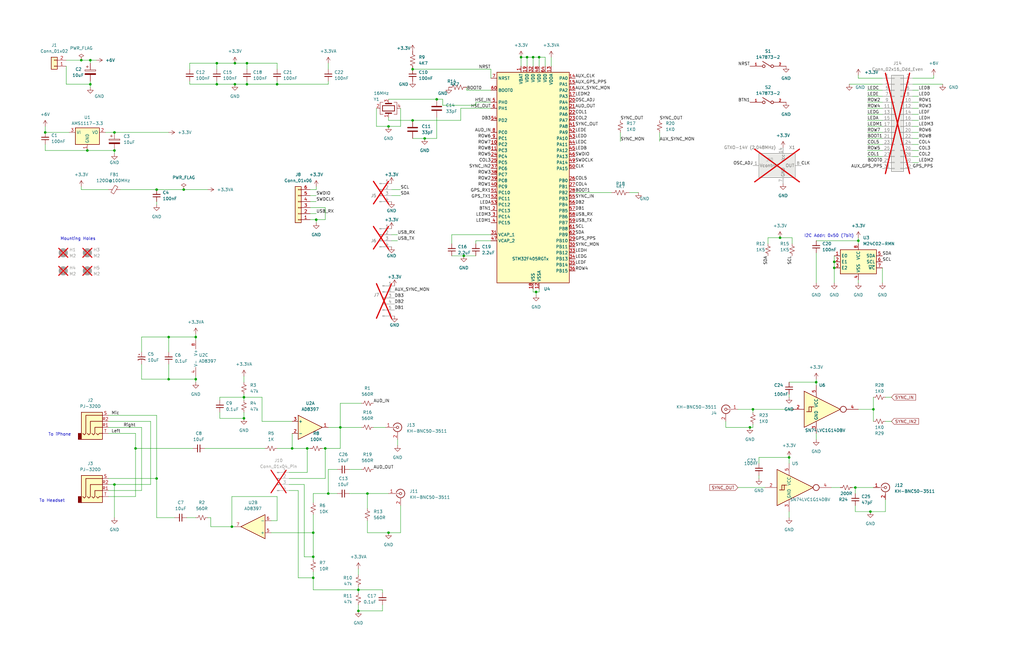
<source format=kicad_sch>
(kicad_sch (version 20230121) (generator eeschema)
  (paper "B")
  (title_block (title "Blinky V6") (rev "v6") (company "Cullen Jennings"))
  (junction (at 351.79 110.49))
  (junction (at 132.08 243.84))
  (junction (at 99.06 26.67))
  (junction (at 351.79 113.03))
  (junction (at 143.51 180.34))
  (junction (at 48.26 63.5))
  (junction (at 38.1 35.56))
  (junction (at 222.25 24.13))
  (junction (at 184.15 41.91))
  (junction (at 173.99 50.8))
  (junction (at 179.07 58.42))
  (junction (at 328.93 100.33))
  (junction (at 97.79 222.25))
  (junction (at 102.87 176.53))
  (junction (at 173.99 29.21))
  (junction (at 82.55 160.02))
  (junction (at 91.44 35.56))
  (junction (at 82.55 142.24))
  (junction (at 102.87 167.64))
  (junction (at 77.47 80.01))
  (junction (at 163.83 53.34))
  (junction (at 99.06 35.56))
  (junction (at 151.13 257.81))
  (junction (at 91.44 26.67))
  (junction (at 151.13 248.92))
  (junction (at 344.17 161.29))
  (junction (at 104.14 26.67))
  (junction (at 129.54 189.23))
  (junction (at 104.14 35.56))
  (junction (at 48.26 204.47))
  (junction (at 132.08 234.95))
  (junction (at 123.19 189.23))
  (junction (at 66.04 201.93))
  (junction (at 332.74 193.04))
  (junction (at 138.43 208.28))
  (junction (at 19.05 55.88))
  (junction (at 116.84 35.56))
  (junction (at 48.26 55.88))
  (junction (at 57.15 189.23))
  (junction (at 368.3 172.72))
  (junction (at 224.79 24.13))
  (junction (at 137.16 189.23))
  (junction (at 38.1 25.4))
  (junction (at 163.83 224.79))
  (junction (at 34.29 25.4))
  (junction (at 227.33 24.13))
  (junction (at 132.08 224.79))
  (junction (at 154.94 208.28))
  (junction (at 66.04 80.01))
  (junction (at 219.71 24.13))
  (junction (at 71.12 160.02))
  (junction (at 71.12 142.24))
  (junction (at 195.58 107.95))
  (junction (at 361.95 101.6))
  (junction (at 226.06 123.19))
  (junction (at 367.03 215.9))
  (junction (at 133.35 92.71))
  (junction (at 36.83 63.5))
  (junction (at 316.23 180.34))
  (junction (at 317.5 172.72))
  (junction (at 360.68 205.74))
  (wire (pts (xy 38.1 34.29) (xy 38.1 35.56)))
  (wire (pts (xy 80.01 26.67) (xy 91.44 26.67)))
  (wire (pts (xy 138.43 26.67) (xy 138.43 29.21)))
  (wire (pts (xy 265.43 81.28) (xy 269.24 81.28)))
  (wire (pts (xy 384.81 53.34) (xy 387.35 53.34)))
  (wire (pts (xy 332.74 161.29) (xy 344.17 161.29)))
  (wire (pts (xy 361.95 101.6) (xy 361.95 102.87)))
  (wire (pts (xy 384.81 66.04) (xy 387.35 66.04)))
  (wire (pts (xy 157.48 180.34) (xy 162.56 180.34)))
  (wire (pts (xy 232.41 24.13) (xy 232.41 27.94)))
  (wire (pts (xy 196.85 38.1) (xy 196.85 36.83)))
  (wire (pts (xy 116.84 26.67) (xy 104.14 26.67)))
  (wire (pts (xy 194.31 45.72) (xy 207.01 45.72)))
  (wire (pts (xy 66.04 218.44) (xy 73.66 218.44)))
  (wire (pts (xy 44.45 55.88) (xy 48.26 55.88)))
  (wire (pts (xy 142.24 208.28) (xy 138.43 208.28)))
  (wire (pts (xy 48.26 63.5) (xy 48.26 64.77)))
  (wire (pts (xy 147.32 198.12) (xy 152.4 198.12)))
  (wire (pts (xy 372.11 113.03) (xy 372.11 119.38)))
  (wire (pts (xy 158.75 53.34) (xy 163.83 53.34)))
  (wire (pts (xy 161.29 248.92) (xy 151.13 248.92)))
  (wire (pts (xy 91.44 26.67) (xy 99.06 26.67)))
  (wire (pts (xy 27.94 35.56) (xy 38.1 35.56)))
  (wire (pts (xy 154.94 208.28) (xy 163.83 208.28)))
  (wire (pts (xy 173.99 29.21) (xy 207.01 29.21)))
  (wire (pts (xy 97.79 222.25) (xy 99.06 222.25)))
  (wire (pts (xy 123.19 182.88) (xy 123.19 189.23)))
  (wire (pts (xy 151.13 248.92) (xy 151.13 250.19)))
  (wire (pts (xy 45.72 207.01) (xy 59.69 207.01)))
  (wire (pts (xy 154.94 224.79) (xy 163.83 224.79)))
  (wire (pts (xy 137.16 87.63) (xy 137.16 92.71)))
  (wire (pts (xy 130.81 85.09) (xy 133.35 85.09)))
  (wire (pts (xy 48.26 55.88) (xy 71.12 55.88)))
  (wire (pts (xy 116.84 29.21) (xy 116.84 26.67)))
  (wire (pts (xy 311.15 205.74) (xy 322.58 205.74)))
  (wire (pts (xy 116.84 209.55) (xy 116.84 219.71)))
  (wire (pts (xy 332.74 193.04) (xy 332.74 195.58)))
  (wire (pts (xy 59.69 142.24) (xy 71.12 142.24)))
  (wire (pts (xy 125.73 243.84) (xy 132.08 243.84)))
  (wire (pts (xy 165.1 101.6) (xy 167.64 101.6)))
  (wire (pts (xy 130.81 90.17) (xy 133.35 90.17)))
  (wire (pts (xy 132.08 248.92) (xy 151.13 248.92)))
  (wire (pts (xy 372.11 33.02) (xy 361.95 33.02)))
  (wire (pts (xy 147.32 208.28) (xy 154.94 208.28)))
  (wire (pts (xy 384.81 45.72) (xy 387.35 45.72)))
  (wire (pts (xy 133.35 92.71) (xy 133.35 93.98)))
  (wire (pts (xy 71.12 148.59) (xy 71.12 142.24)))
  (wire (pts (xy 110.49 177.8) (xy 110.49 167.64)))
  (wire (pts (xy 102.87 166.37) (xy 102.87 167.64)))
  (wire (pts (xy 360.68 213.36) (xy 360.68 215.9)))
  (wire (pts (xy 373.38 167.64) (xy 375.92 167.64)))
  (wire (pts (xy 344.17 101.6) (xy 361.95 101.6)))
  (wire (pts (xy 121.92 201.93) (xy 137.16 201.93)))
  (wire (pts (xy 163.83 41.91) (xy 184.15 41.91)))
  (wire (pts (xy 200.66 44.45) (xy 200.66 43.18)))
  (wire (pts (xy 194.31 45.72) (xy 194.31 50.8)))
  (wire (pts (xy 27.94 27.94) (xy 27.94 35.56)))
  (wire (pts (xy 80.01 35.56) (xy 91.44 35.56)))
  (wire (pts (xy 168.91 224.79) (xy 163.83 224.79)))
  (wire (pts (xy 350.52 205.74) (xy 354.33 205.74)))
  (wire (pts (xy 278.13 55.88) (xy 278.13 59.69)))
  (wire (pts (xy 207.01 101.6) (xy 200.66 101.6)))
  (wire (pts (xy 194.31 50.8) (xy 173.99 50.8)))
  (wire (pts (xy 190.5 99.06) (xy 207.01 99.06)))
  (wire (pts (xy 66.04 85.09) (xy 66.04 86.36)))
  (wire (pts (xy 110.49 167.64) (xy 102.87 167.64)))
  (wire (pts (xy 365.76 55.88) (xy 372.11 55.88)))
  (wire (pts (xy 226.06 124.46) (xy 226.06 123.19)))
  (wire (pts (xy 184.15 49.53) (xy 184.15 58.42)))
  (wire (pts (xy 227.33 24.13) (xy 229.87 24.13)))
  (wire (pts (xy 48.26 204.47) (xy 63.5 204.47)))
  (wire (pts (xy 50.8 80.01) (xy 66.04 80.01)))
  (wire (pts (xy 128.27 234.95) (xy 132.08 234.95)))
  (wire (pts (xy 158.75 45.72) (xy 158.75 53.34)))
  (wire (pts (xy 384.81 55.88) (xy 387.35 55.88)))
  (wire (pts (xy 361.95 33.02) (xy 361.95 31.75)))
  (wire (pts (xy 227.33 121.92) (xy 227.33 123.19)))
  (wire (pts (xy 129.54 199.39) (xy 129.54 189.23)))
  (wire (pts (xy 365.76 58.42) (xy 372.11 58.42)))
  (wire (pts (xy 57.15 189.23) (xy 81.28 189.23)))
  (wire (pts (xy 373.38 177.8) (xy 375.92 177.8)))
  (wire (pts (xy 92.71 167.64) (xy 102.87 167.64)))
  (wire (pts (xy 130.81 80.01) (xy 133.35 80.01)))
  (wire (pts (xy 133.35 80.01) (xy 133.35 78.74)))
  (wire (pts (xy 320.04 193.04) (xy 332.74 193.04)))
  (wire (pts (xy 384.81 33.02) (xy 393.7 33.02)))
  (wire (pts (xy 361.95 172.72) (xy 368.3 172.72)))
  (wire (pts (xy 384.81 60.96) (xy 387.35 60.96)))
  (wire (pts (xy 200.66 101.6) (xy 200.66 102.87)))
  (wire (pts (xy 351.79 113.03) (xy 351.79 119.38)))
  (wire (pts (xy 317.5 172.72) (xy 317.5 173.99)))
  (wire (pts (xy 184.15 41.91) (xy 186.69 41.91)))
  (wire (pts (xy 163.83 50.8) (xy 173.99 50.8)))
  (wire (pts (xy 373.38 210.82) (xy 373.38 215.9)))
  (wire (pts (xy 114.3 224.79) (xy 132.08 224.79)))
  (wire (pts (xy 373.38 215.9) (xy 367.03 215.9)))
  (wire (pts (xy 365.76 50.8) (xy 372.11 50.8)))
  (wire (pts (xy 82.55 140.97) (xy 82.55 142.24)))
  (wire (pts (xy 323.85 100.33) (xy 328.93 100.33)))
  (wire (pts (xy 207.01 33.02) (xy 207.01 29.21)))
  (wire (pts (xy 137.16 201.93) (xy 137.16 189.23)))
  (wire (pts (xy 71.12 142.24) (xy 82.55 142.24)))
  (wire (pts (xy 66.04 80.01) (xy 77.47 80.01)))
  (wire (pts (xy 165.1 82.55) (xy 168.91 82.55)))
  (wire (pts (xy 19.05 55.88) (xy 29.21 55.88)))
  (wire (pts (xy 57.15 182.88) (xy 57.15 189.23)))
  (wire (pts (xy 320.04 200.66) (xy 320.04 201.93)))
  (wire (pts (xy 219.71 24.13) (xy 222.25 24.13)))
  (wire (pts (xy 365.76 63.5) (xy 372.11 63.5)))
  (wire (pts (xy 138.43 198.12) (xy 138.43 208.28)))
  (wire (pts (xy 168.91 213.36) (xy 168.91 224.79)))
  (wire (pts (xy 143.51 189.23) (xy 143.51 180.34)))
  (wire (pts (xy 393.7 33.02) (xy 393.7 31.75)))
  (wire (pts (xy 320.04 195.58) (xy 320.04 193.04)))
  (wire (pts (xy 161.29 255.27) (xy 161.29 257.81)))
  (wire (pts (xy 151.13 255.27) (xy 151.13 257.81)))
  (wire (pts (xy 91.44 34.29) (xy 91.44 35.56)))
  (wire (pts (xy 227.33 123.19) (xy 226.06 123.19)))
  (wire (pts (xy 226.06 123.19) (xy 224.79 123.19)))
  (wire (pts (xy 384.81 58.42) (xy 387.35 58.42)))
  (wire (pts (xy 311.15 172.72) (xy 317.5 172.72)))
  (wire (pts (xy 317.5 180.34) (xy 316.23 180.34)))
  (wire (pts (xy 167.64 185.42) (xy 167.64 187.96)))
  (wire (pts (xy 137.16 92.71) (xy 133.35 92.71)))
  (wire (pts (xy 154.94 219.71) (xy 154.94 224.79)))
  (wire (pts (xy 110.49 177.8) (xy 123.19 177.8)))
  (wire (pts (xy 59.69 207.01) (xy 59.69 180.34)))
  (wire (pts (xy 34.29 25.4) (xy 38.1 25.4)))
  (wire (pts (xy 154.94 208.28) (xy 154.94 214.63)))
  (wire (pts (xy 161.29 257.81) (xy 151.13 257.81)))
  (wire (pts (xy 91.44 35.56) (xy 99.06 35.56)))
  (wire (pts (xy 344.17 182.88) (xy 344.17 185.42)))
  (wire (pts (xy 121.92 207.01) (xy 125.73 207.01)))
  (wire (pts (xy 163.83 53.34) (xy 168.91 53.34)))
  (wire (pts (xy 38.1 25.4) (xy 38.1 26.67)))
  (wire (pts (xy 129.54 189.23) (xy 130.81 189.23)))
  (wire (pts (xy 306.07 177.8) (xy 306.07 180.34)))
  (wire (pts (xy 361.95 100.33) (xy 361.95 101.6)))
  (wire (pts (xy 323.85 102.87) (xy 323.85 100.33)))
  (wire (pts (xy 132.08 234.95) (xy 132.08 224.79)))
  (wire (pts (xy 384.81 63.5) (xy 387.35 63.5)))
  (wire (pts (xy 104.14 26.67) (xy 104.14 29.21)))
  (wire (pts (xy 116.84 34.29) (xy 116.84 35.56)))
  (wire (pts (xy 344.17 160.02) (xy 344.17 161.29)))
  (wire (pts (xy 132.08 236.22) (xy 132.08 234.95)))
  (wire (pts (xy 143.51 180.34) (xy 138.43 180.34)))
  (wire (pts (xy 34.29 80.01) (xy 45.72 80.01)))
  (wire (pts (xy 45.72 182.88) (xy 57.15 182.88)))
  (wire (pts (xy 165.1 99.06) (xy 167.64 99.06)))
  (wire (pts (xy 344.17 161.29) (xy 344.17 162.56)))
  (wire (pts (xy 130.81 82.55) (xy 133.35 82.55)))
  (wire (pts (xy 97.79 209.55) (xy 97.79 222.25)))
  (wire (pts (xy 78.74 218.44) (xy 82.55 218.44)))
  (wire (pts (xy 358.14 35.56) (xy 372.11 35.56)))
  (wire (pts (xy 142.24 198.12) (xy 138.43 198.12)))
  (wire (pts (xy 368.3 172.72) (xy 368.3 177.8)))
  (wire (pts (xy 19.05 53.34) (xy 19.05 55.88)))
  (wire (pts (xy 224.79 123.19) (xy 224.79 121.92)))
  (wire (pts (xy 138.43 34.29) (xy 138.43 35.56)))
  (wire (pts (xy 317.5 172.72) (xy 334.01 172.72)))
  (wire (pts (xy 59.69 148.59) (xy 59.69 142.24)))
  (wire (pts (xy 135.89 189.23) (xy 137.16 189.23)))
  (wire (pts (xy 125.73 207.01) (xy 125.73 243.84)))
  (wire (pts (xy 71.12 153.67) (xy 71.12 160.02)))
  (wire (pts (xy 91.44 26.67) (xy 91.44 29.21)))
  (wire (pts (xy 102.87 158.75) (xy 102.87 161.29)))
  (wire (pts (xy 66.04 175.26) (xy 45.72 175.26)))
  (wire (pts (xy 82.55 158.75) (xy 82.55 160.02)))
  (wire (pts (xy 334.01 100.33) (xy 328.93 100.33)))
  (wire (pts (xy 92.71 173.99) (xy 92.71 176.53)))
  (wire (pts (xy 316.23 180.34) (xy 306.07 180.34)))
  (wire (pts (xy 77.47 80.01) (xy 87.63 80.01)))
  (wire (pts (xy 102.87 167.64) (xy 102.87 168.91)))
  (wire (pts (xy 59.69 153.67) (xy 59.69 160.02)))
  (wire (pts (xy 384.81 48.26) (xy 387.35 48.26)))
  (wire (pts (xy 57.15 209.55) (xy 45.72 209.55)))
  (wire (pts (xy 351.79 110.49) (xy 351.79 113.03)))
  (wire (pts (xy 19.05 60.96) (xy 19.05 63.5)))
  (wire (pts (xy 130.81 87.63) (xy 137.16 87.63)))
  (wire (pts (xy 332.74 215.9) (xy 332.74 218.44)))
  (wire (pts (xy 38.1 35.56) (xy 38.1 36.83)))
  (wire (pts (xy 123.19 189.23) (xy 129.54 189.23)))
  (wire (pts (xy 222.25 24.13) (xy 222.25 27.94)))
  (wire (pts (xy 200.66 43.18) (xy 207.01 43.18)))
  (wire (pts (xy 132.08 217.17) (xy 132.08 224.79)))
  (wire (pts (xy 92.71 168.91) (xy 92.71 167.64)))
  (wire (pts (xy 88.9 222.25) (xy 88.9 218.44)))
  (wire (pts (xy 132.08 243.84) (xy 132.08 248.92)))
  (wire (pts (xy 116.84 189.23) (xy 123.19 189.23)))
  (wire (pts (xy 88.9 222.25) (xy 97.79 222.25)))
  (wire (pts (xy 344.17 106.68) (xy 344.17 119.38)))
  (wire (pts (xy 365.76 38.1) (xy 372.11 38.1)))
  (wire (pts (xy 360.68 205.74) (xy 360.68 208.28)))
  (wire (pts (xy 361.95 118.11) (xy 361.95 119.38)))
  (wire (pts (xy 116.84 209.55) (xy 97.79 209.55)))
  (wire (pts (xy 36.83 63.5) (xy 48.26 63.5)))
  (wire (pts (xy 48.26 204.47) (xy 48.26 218.44)))
  (wire (pts (xy 137.16 189.23) (xy 143.51 189.23)))
  (wire (pts (xy 190.5 107.95) (xy 195.58 107.95)))
  (wire (pts (xy 365.76 48.26) (xy 372.11 48.26)))
  (wire (pts (xy 365.76 66.04) (xy 372.11 66.04)))
  (wire (pts (xy 173.99 58.42) (xy 179.07 58.42)))
  (wire (pts (xy 45.72 204.47) (xy 48.26 204.47)))
  (wire (pts (xy 332.74 166.37) (xy 332.74 167.64)))
  (wire (pts (xy 365.76 53.34) (xy 372.11 53.34)))
  (wire (pts (xy 163.83 49.53) (xy 163.83 50.8)))
  (wire (pts (xy 227.33 24.13) (xy 227.33 27.94)))
  (wire (pts (xy 186.69 41.91) (xy 186.69 44.45)))
  (wire (pts (xy 132.08 241.3) (xy 132.08 243.84)))
  (wire (pts (xy 128.27 204.47) (xy 128.27 234.95)))
  (wire (pts (xy 368.3 167.64) (xy 368.3 172.72)))
  (wire (pts (xy 207.01 38.1) (xy 196.85 38.1)))
  (wire (pts (xy 384.81 50.8) (xy 387.35 50.8)))
  (wire (pts (xy 87.63 218.44) (xy 88.9 218.44)))
  (wire (pts (xy 165.1 80.01) (xy 168.91 80.01)))
  (wire (pts (xy 59.69 160.02) (xy 71.12 160.02)))
  (wire (pts (xy 152.4 170.18) (xy 143.51 170.18)))
  (wire (pts (xy 161.29 250.19) (xy 161.29 248.92)))
  (wire (pts (xy 114.3 219.71) (xy 116.84 219.71)))
  (wire (pts (xy 242.57 81.28) (xy 257.81 81.28)))
  (wire (pts (xy 261.62 55.88) (xy 261.62 59.69)))
  (wire (pts (xy 384.81 35.56) (xy 397.51 35.56)))
  (wire (pts (xy 45.72 177.8) (xy 63.5 177.8)))
  (wire (pts (xy 195.58 107.95) (xy 200.66 107.95)))
  (wire (pts (xy 121.92 204.47) (xy 128.27 204.47)))
  (wire (pts (xy 99.06 35.56) (xy 104.14 35.56)))
  (wire (pts (xy 384.81 43.18) (xy 387.35 43.18)))
  (wire (pts (xy 384.81 38.1) (xy 387.35 38.1)))
  (wire (pts (xy 66.04 201.93) (xy 66.04 218.44)))
  (wire (pts (xy 27.94 25.4) (xy 34.29 25.4)))
  (wire (pts (xy 367.03 215.9) (xy 360.68 215.9)))
  (wire (pts (xy 102.87 173.99) (xy 102.87 176.53)))
  (wire (pts (xy 104.14 26.67) (xy 99.06 26.67)))
  (wire (pts (xy 40.64 25.4) (xy 38.1 25.4)))
  (wire (pts (xy 138.43 208.28) (xy 132.08 208.28)))
  (wire (pts (xy 219.71 24.13) (xy 219.71 27.94)))
  (wire (pts (xy 222.25 24.13) (xy 224.79 24.13)))
  (wire (pts (xy 66.04 201.93) (xy 66.04 175.26)))
  (wire (pts (xy 365.76 40.64) (xy 372.11 40.64)))
  (wire (pts (xy 132.08 208.28) (xy 132.08 212.09)))
  (wire (pts (xy 317.5 179.07) (xy 317.5 180.34)))
  (wire (pts (xy 63.5 204.47) (xy 63.5 177.8)))
  (wire (pts (xy 334.01 102.87) (xy 334.01 100.33)))
  (wire (pts (xy 168.91 45.72) (xy 168.91 53.34)))
  (wire (pts (xy 365.76 43.18) (xy 372.11 43.18)))
  (wire (pts (xy 151.13 240.03) (xy 151.13 242.57)))
  (wire (pts (xy 82.55 160.02) (xy 82.55 161.29)))
  (wire (pts (xy 151.13 247.65) (xy 151.13 248.92)))
  (wire (pts (xy 92.71 176.53) (xy 102.87 176.53)))
  (wire (pts (xy 45.72 180.34) (xy 59.69 180.34)))
  (wire (pts (xy 80.01 29.21) (xy 80.01 26.67)))
  (wire (pts (xy 384.81 40.64) (xy 387.35 40.64)))
  (wire (pts (xy 351.79 107.95) (xy 351.79 110.49)))
  (wire (pts (xy 57.15 189.23) (xy 57.15 209.55)))
  (wire (pts (xy 365.76 60.96) (xy 372.11 60.96)))
  (wire (pts (xy 143.51 170.18) (xy 143.51 180.34)))
  (wire (pts (xy 360.68 205.74) (xy 368.3 205.74)))
  (wire (pts (xy 86.36 189.23) (xy 111.76 189.23)))
  (wire (pts (xy 359.41 205.74) (xy 360.68 205.74)))
  (wire (pts (xy 71.12 160.02) (xy 82.55 160.02)))
  (wire (pts (xy 186.69 44.45) (xy 200.66 44.45)))
  (wire (pts (xy 143.51 180.34) (xy 152.4 180.34)))
  (wire (pts (xy 80.01 34.29) (xy 80.01 35.56)))
  (wire (pts (xy 224.79 24.13) (xy 224.79 27.94)))
  (wire (pts (xy 34.29 78.74) (xy 34.29 80.01)))
  (wire (pts (xy 121.92 199.39) (xy 129.54 199.39)))
  (wire (pts (xy 82.55 142.24) (xy 82.55 143.51)))
  (wire (pts (xy 384.81 68.58) (xy 387.35 68.58)))
  (wire (pts (xy 365.76 45.72) (xy 372.11 45.72)))
  (wire (pts (xy 190.5 102.87) (xy 190.5 99.06)))
  (wire (pts (xy 19.05 63.5) (xy 36.83 63.5)))
  (wire (pts (xy 224.79 24.13) (xy 227.33 24.13)))
  (wire (pts (xy 45.72 201.93) (xy 66.04 201.93)))
  (wire (pts (xy 104.14 34.29) (xy 104.14 35.56)))
  (wire (pts (xy 229.87 27.94) (xy 229.87 24.13)))
  (wire (pts (xy 104.14 35.56) (xy 116.84 35.56)))
  (wire (pts (xy 130.81 92.71) (xy 133.35 92.71)))
  (wire (pts (xy 184.15 58.42) (xy 179.07 58.42)))
  (wire (pts (xy 116.84 35.56) (xy 138.43 35.56)))
  (text "To iPhone" (at 20.32 184.15 0) (effects (font (size 1.27 1.27)) (justify left bottom)))
  (text "To Headset " (at 16.51 212.09 0) (effects (font (size 1.27 1.27)) (justify left bottom)))
  (text "I2C Addr: 0x50 (7bit)" (at 339.09 100.33 0) (effects (font (size 1.27 1.27)) (justify left bottom)))
  (text "Mounting Holes" (at 25.4 101.6 0) (effects (font (size 1.27 1.27)) (justify left bottom)))
  (label "AUX_GPS_PPS" (at 242.57 35.56 0))
  (label "COL2" (at 387.35 66.04 0))
  (label "SYNC_IN" (at 242.57 83.82 0))
  (label "LEDG" (at 242.57 109.22 0))
  (label "DB1" (at 166.37 130.81 0))
  (label "AUX_SYNC_MON" (at 242.57 38.1 0))
  (label "LEDH" (at 387.35 50.8 0))
  (label "CLK" (at 337.82 69.85 0))
  (label "SDA" (at 323.85 107.95 270))
  (label "AUX_GPS_PPS" (at 372.11 71.12 180))
  (label "SDA" (at 242.57 99.06 0))
  (label "LEDA" (at 365.76 50.8 0))
  (label "GPS_PPS" (at 242.57 101.6 0))
  (label "COL3" (at 387.35 63.5 0))
  (label "COL5" (at 242.57 76.2 0))
  (label "BOOT0" (at 372.11 68.58 180))
  (label "DB3" (at 207.01 50.8 180))
  (label "BOOT1" (at 242.57 81.28 0))
  (label "SYNC_IN2" (at 207.01 71.12 180))
  (label "LEDC" (at 365.76 38.1 0))
  (label "LEDM1" (at 207.01 93.98 180))
  (label "LEDB" (at 387.35 38.1 0))
  (label "LEDE" (at 365.76 40.64 0))
  (label "ROW3" (at 387.35 45.72 0))
  (label "ROW5" (at 365.76 63.5 0))
  (label "SWDIO" (at 133.35 82.55 0))
  (label "GPS_RX1" (at 207.01 81.28 180))
  (label "LEDM3" (at 207.01 91.44 180))
  (label "AUD_IN" (at 157.48 170.18 0))
  (label "DB3" (at 166.37 125.73 0))
  (label "ROW6" (at 207.01 58.42 180))
  (label "LEDD" (at 242.57 58.42 0))
  (label "HSE_IN" (at 207.01 43.18 180))
  (label "BTN1" (at 316.23 43.18 180))
  (label "BOOT1" (at 365.76 58.42 0))
  (label "LEDB" (at 242.57 63.5 0))
  (label "ROW7" (at 365.76 55.88 0))
  (label "COL4" (at 387.35 60.96 0))
  (label "USB_TX" (at 242.57 93.98 0))
  (label "LEDG" (at 365.76 48.26 0))
  (label "ROW2" (at 365.76 43.18 0))
  (label "LEDF" (at 242.57 111.76 0))
  (label "AUX_CLK" (at 242.57 33.02 0))
  (label "ROW1" (at 387.35 43.18 0))
  (label "ROW4" (at 242.57 114.3 0))
  (label "SCL" (at 372.11 110.49 0))
  (label "NRST" (at 201.93 29.21 0))
  (label "SDA" (at 372.11 107.95 0))
  (label "SCL" (at 334.01 107.95 270))
  (label "DB2" (at 166.37 128.27 0))
  (label "LEDM1" (at 365.76 53.34 0))
  (label "LEDC" (at 242.57 60.96 0))
  (label "BOOT0" (at 196.85 38.1 0))
  (label "LEDA" (at 207.01 86.36 180))
  (label "SWDCLK" (at 242.57 68.58 0))
  (label "SYNC_OUT" (at 261.62 50.8 0))
  (label "SYNC_MON" (at 242.57 104.14 0))
  (label "COL5" (at 365.76 60.96 0))
  (label "ROW8" (at 387.35 58.42 0))
  (label "LEDD" (at 387.35 40.64 0))
  (label "ROW3" (at 207.01 73.66 180))
  (label "USB_TX" (at 167.64 101.6 0))
  (label "NRST" (at 316.23 27.94 180))
  (label "ROW8" (at 207.01 63.5 180))
  (label "CLK" (at 242.57 71.12 0))
  (label "SWDIO" (at 242.57 66.04 0))
  (label "ROW1" (at 207.01 78.74 180))
  (label "SCL" (at 168.91 80.01 0))
  (label "Right" (at 52.07 180.34 0))
  (label "AUD_OUT" (at 157.48 198.12 0))
  (label "LEDM3" (at 387.35 53.34 0))
  (label "GPS_TX1" (at 207.01 83.82 180))
  (label "SYNC_OUT" (at 278.13 50.8 0))
  (label "SYNC_OUT" (at 242.57 53.34 0))
  (label "COL1" (at 242.57 48.26 0))
  (label "LEDM2" (at 387.35 68.58 0))
  (label "ROW4" (at 365.76 45.72 0))
  (label "LEDM2" (at 242.57 40.64 0))
  (label "USB_RX" (at 133.35 90.17 0))
  (label "ROW6" (at 387.35 55.88 0))
  (label "LEDF" (at 387.35 48.26 0))
  (label "OSC_ADJ" (at 317.5 69.85 180))
  (label "USB_RX" (at 167.64 99.06 0))
  (label "COL3" (at 207.01 68.58 180))
  (label "COL1" (at 365.76 66.04 0))
  (label "BTN1" (at 207.01 88.9 180))
  (label "LEDH" (at 242.57 106.68 0))
  (label "SYNC_MON" (at 261.62 59.69 0))
  (label "AUX_SYNC_MON" (at 278.13 59.69 0))
  (label "DB2" (at 242.57 86.36 0))
  (label "USB_RX" (at 242.57 91.44 0))
  (label "AUD_IN" (at 207.01 55.88 180))
  (label "SCL" (at 242.57 96.52 0))
  (label "LEDE" (at 242.57 55.88 0))
  (label "SWDCLK" (at 133.35 85.09 0))
  (label "SDA" (at 168.91 82.55 0))
  (label "GPS_PPS" (at 384.81 71.12 0))
  (label "Left" (at 46.99 182.88 0))
  (label "HSE_OUT" (at 207.01 45.72 180))
  (label "AUX_SYNC_MON" (at 166.37 123.19 0))
  (label "COL4" (at 242.57 78.74 0))
  (label "ROW2" (at 207.01 76.2 180))
  (label "ROW7" (at 207.01 60.96 180))
  (label "OSC_ADJ" (at 242.57 43.18 0))
  (label "COL2" (at 242.57 50.8 0))
  (label "DB1" (at 242.57 88.9 0))
  (label "AUD_OUT" (at 242.57 45.72 0))
  (label "Mic" (at 46.99 175.26 0))
  (label "ROW5" (at 207.01 66.04 180))
  (global_label "SYNC_IN2" (shape input) (at 375.92 177.8 0) (property "Intersheetrefs" "${INTERSHEET_REFS}" (effects hide)))
  (global_label "SYNC_IN" (shape input) (at 375.92 167.64 0) (property "Intersheetrefs" "${INTERSHEET_REFS}" (effects hide)))
  (global_label "SYNC_OUT" (shape input) (at 311.15 205.74 180) (property "Intersheetrefs" "${INTERSHEET_REFS}" (effects hide)))
  (symbol (lib_id "power:GND") (at 173.99 34.29 0) (unit 1)
    (property "Reference" "#PWR030" (effects hide))
    (property "Value" "GND" (at 170.18 35.56 0))
  )
  (symbol (lib_id "Device:R_US") (at 173.99 25.4 0) (unit 1)
    (property "Reference" "R9" (at 176.53 24.13 0) (effects (justify left)))
    (property "Value" "4K7" (at 176.53 26.67 0) (effects (justify left)))
    (property "Footprint" "Resistor_SMD:R_0603_1608Metric" (effects hide))
    (property "JLCPCB Part #" "C23162" (effects hide))
  )
  (symbol (lib_id "power:GND") (at 102.87 176.53 0) (unit 1)
    (property "Reference" "#PWR021" (effects hide))
    (property "Value" "GND" (at 102.87 181.61 0))
  )
  (symbol (lib_id "Device:C_Small") (at 320.04 198.12 0) (unit 1)
    (property "Reference" "C23" (at 314.96 194.31 0) (effects (justify left)))
    (property "Value" "100nF" (at 313.69 195.58 0) (effects (justify left)))
    (property "Footprint" "Capacitor_SMD:C_0402_1005Metric" (effects hide))
    (property "Datasheet" "https://www.mouser.ca/datasheet/2/447/UPY_GPHC_X7R_6_3V_to_250V_23-3084653.pdf" (effects hide))
    (property "JLCPCB Part #" "C307331" (effects hide))
  )
  (symbol (lib_id "power:GND") (at 151.13 257.81 0) (mirror y) (unit 1)
    (property "Reference" "#PWR033" (effects hide))
    (property "Value" "GND" (at 151.13 262.89 0))
  )
  (symbol (lib_id "Device:C_Small") (at 161.29 252.73 0) (mirror x) (unit 1)
    (property "Reference" "C17" (at 158.75 251.4536 0) (effects (justify right)))
    (property "Value" "0.1uF" (at 158.75 253.9936 0) (effects (justify right)))
    (property "Footprint" "Capacitor_SMD:C_0805_2012Metric" (effects hide))
    (property "JLCPCB Part #" "C49678" (effects hide))
  )
  (symbol (lib_id "power:+3.3V") (at 361.95 31.75 0) (unit 1)
    (property "Reference" "#PWR058" (effects hide))
    (property "Value" "+3.3V" (at 364.49 30.48 0) (effects (justify left)))
  )
  (symbol (lib_id "Mechanical:MountingHole") (at 36.83 106.68 0) (unit 1) (in_bom no) (dnp yes)
    (property "Reference" "H3" (at 39.37 105.41 0) (effects (justify left)))
    (property "Value" "M2" (at 39.37 107.95 0) (effects (justify left)))
    (property "Footprint" "MountingHole:MountingHole_2.2mm_M2" (effects hide))
  )
  (symbol (lib_id "power:GND") (at 372.11 119.38 0) (unit 1)
    (property "Reference" "#PWR049" (effects hide))
    (property "Value" "GND" (at 372.11 124.46 0))
  )
  (symbol (lib_id "power:GND") (at 226.06 124.46 0) (unit 1)
    (property "Reference" "#PWR046" (effects hide))
    (property "Value" "GND" (at 226.06 129.54 0))
  )
  (symbol (lib_id "Device:R_Small_US") (at 154.94 170.18 270) (unit 1)
    (property "Reference" "R1" (at 154.94 163.83 90))
    (property "Value" "560R" (at 154.94 166.37 90))
    (property "Footprint" "Resistor_SMD:R_0805_2012Metric" (effects hide))
    (property "JLCPCB Part #" "C28636" (effects hide))
  )
  (symbol (lib_id "power:GND") (at 163.83 53.34 0) (unit 1)
    (property "Reference" "#PWR028" (effects hide))
    (property "Value" "GND" (at 163.83 58.42 0))
  )
  (symbol (lib_id "power:+3.3V") (at 173.99 21.59 0) (unit 1)
    (property "Reference" "#PWR029" (effects hide))
    (property "Value" "+3.3V" (at 170.18 20.32 0))
  )
  (symbol (lib_id "power:GND") (at 397.51 35.56 0) (unit 1)
    (property "Reference" "#PWR060" (effects hide))
    (property "Value" "GND" (at 400.05 36.83 0) (effects (justify left)))
  )
  (symbol (lib_id "Device:C_Small") (at 190.5 105.41 180) (unit 1)
    (property "Reference" "C16" (at 193.04 104.1336 0) (effects (justify right)))
    (property "Value" "2.2uF" (at 193.04 106.6736 0) (effects (justify right)))
    (property "Footprint" "Capacitor_SMD:C_0603_1608Metric" (effects hide))
    (property "Datasheet" "https://www.mouser.ca/datasheet/2/447/UPY_GPHC_X7R_6_3V_to_250V_23-3084653.pdf" (effects hide))
    (property "JLCPCB Part #" "C23630" (effects hide))
  )
  (symbol (lib_id "Connector:Conn_01x04_Pin") (at 116.84 201.93 0) (unit 1) (in_bom no) (dnp yes)
    (property "Reference" "J10" (at 117.475 194.31 0))
    (property "Value" "Conn_01x04_Pin" (at 117.475 196.85 0))
    (property "Footprint" "Connector_PinHeader_2.54mm:PinHeader_1x04_P2.54mm_Vertical" (effects hide))
    (property "JLCPCB Part #" "C2883761" (effects hide))
    (property "JLCPCB Rotation Offset" "90" (effects hide))
    (property "Sim.Enable" "0" (effects hide))
  )
  (symbol (lib_id "power:+3.3V") (at 328.93 100.33 0) (unit 1)
    (property "Reference" "#PWR035" (effects hide))
    (property "Value" "+3.3V" (at 328.93 95.25 0))
  )
  (symbol (lib_id "power:+3.3VA") (at 82.55 140.97 0) (unit 1)
    (property "Reference" "#PWR012" (effects hide))
    (property "Value" "+3.3VA" (at 82.55 135.89 0))
  )
  (symbol (lib_id "power:GND") (at 163.83 224.79 0) (unit 1)
    (property "Reference" "#PWR039" (effects hide))
    (property "Value" "GND" (at 163.83 229.87 0))
  )
  (symbol (lib_id "power:GND") (at 165.1 104.14 0) (unit 1)
    (property "Reference" "#PWR017" (effects hide))
    (property "Value" "GND" (at 165.1 107.95 0))
  )
  (symbol (lib_id "Device:C_Small") (at 200.66 105.41 180) (unit 1)
    (property "Reference" "C19" (at 203.2 104.1336 0) (effects (justify right)))
    (property "Value" "2.2uF" (at 203.2 106.6736 0) (effects (justify right)))
    (property "Footprint" "Capacitor_SMD:C_0603_1608Metric" (effects hide))
    (property "Datasheet" "https://www.mouser.ca/datasheet/2/447/UPY_GPHC_X7R_6_3V_to_250V_23-3084653.pdf" (effects hide))
    (property "JLCPCB Part #" "C23630" (effects hide))
  )
  (symbol (lib_id "power:+3.3V") (at 34.29 78.74 0) (unit 1)
    (property "Reference" "#PWR02" (effects hide))
    (property "Value" "+3.3V" (at 34.29 73.66 0))
  )
  (symbol (lib_id "power:+3.3V") (at 166.37 120.65 0) (unit 1)
    (property "Reference" "#PWR018" (effects hide))
    (property "Value" "+3.3V" (at 166.37 116.84 0))
  )
  (symbol (lib_id "power:+3.3VA") (at 232.41 24.13 0) (unit 1)
    (property "Reference" "#PWR047" (effects hide))
    (property "Value" "+3.3VA" (at 232.41 19.05 0))
  )
  (symbol (lib_id "power:GND") (at 66.04 86.36 0) (unit 1)
    (property "Reference" "#PWR07" (effects hide))
    (property "Value" "GND" (at 66.04 91.44 0))
  )
  (symbol (lib_id "Device:C_Small") (at 76.2 218.44 270) (unit 1)
    (property "Reference" "C7" (at 76.1936 212.09 90))
    (property "Value" "10uF" (at 76.1936 214.63 90))
    (property "Footprint" "Capacitor_SMD:C_0805_2012Metric" (effects hide))
    (property "JLCPCB Part #" "C15850" (effects hide))
  )
  (symbol (lib_id "power:GND") (at 330.2 77.47 0) (unit 1)
    (property "Reference" "#PWR027" (effects hide))
    (property "Value" "GND" (at 330.2 82.55 0))
  )
  (symbol (lib_id "Mechanical:MountingHole") (at 36.83 114.3 0) (unit 1) (in_bom no) (dnp yes)
    (property "Reference" "H5" (at 39.37 113.03 0) (effects (justify left)))
    (property "Value" "M2" (at 39.37 115.57 0) (effects (justify left)))
    (property "Footprint" "MountingHole:MountingHole_2.2mm_M2" (effects hide))
  )
  (symbol (lib_id "Device:C_Small") (at 332.74 163.83 0) (unit 1)
    (property "Reference" "C24" (at 326.39 162.56 0) (effects (justify left)))
    (property "Value" "100nF" (at 326.39 166.37 0) (effects (justify left)))
    (property "Footprint" "Capacitor_SMD:C_0402_1005Metric" (effects hide))
    (property "Datasheet" "https://www.mouser.ca/datasheet/2/447/UPY_GPHC_X7R_6_3V_to_250V_23-3084653.pdf" (effects hide))
    (property "JLCPCB Part #" "C307331" (effects hide))
  )
  (symbol (lib_id "power:GND") (at 331.47 27.94 0) (unit 1)
    (property "Reference" "#PWR010" (effects hide))
    (property "Value" "GND" (at 331.47 33.02 0))
  )
  (symbol (lib_id "Device:R_Small_US") (at 356.87 205.74 90) (unit 1)
    (property "Reference" "R24" (at 355.6 210.82 90))
    (property "Value" "200R" (at 356.87 208.28 90))
    (property "Footprint" "Resistor_SMD:R_0805_2012Metric" (effects hide))
    (property "Datasheet" "https://jlcpcb.com/partdetail/Yageo-AC0805FR0751RL/C144556#:~:text=Datasheet-,Download,-Source" (effects hide))
    (property "JLCPCB Part #" "C17540" (effects hide))
  )
  (symbol (lib_id "Device:R_Small_US") (at 334.01 105.41 0) (unit 1)
    (property "Reference" "R15" (at 328.93 102.87 0) (effects (justify left)))
    (property "Value" "1K5" (at 328.93 105.41 0) (effects (justify left)))
    (property "Footprint" "Resistor_SMD:R_0603_1608Metric" (effects hide))
    (property "JLCPCB Part #" "C22843" (effects hide))
  )
  (symbol (lib_id "Device:R_Small_US") (at 133.35 189.23 270) (unit 1)
    (property "Reference" "R8" (at 133.35 182.88 90))
    (property "Value" "100K" (at 133.35 185.42 90))
    (property "Footprint" "Resistor_SMD:R_0805_2012Metric" (effects hide))
    (property "JLCPCB Part #" "C149504" (effects hide))
  )
  (symbol (lib_id "power:GND") (at 358.14 35.56 0) (unit 1)
    (property "Reference" "#PWR020" (effects hide))
    (property "Value" "GND" (at 360.68 36.83 0) (effects (justify left)))
  )
  (symbol (lib_id "power:GND") (at 195.58 107.95 0) (unit 1)
    (property "Reference" "#PWR038" (effects hide))
    (property "Value" "GND" (at 195.58 113.03 0))
  )
  (symbol (lib_id "power:GND") (at 48.26 218.44 0) (unit 1)
    (property "Reference" "#PWR06" (effects hide))
    (property "Value" "GND" (at 48.26 223.52 0))
  )
  (symbol (lib_id "power:GND") (at 361.95 119.38 0) (unit 1)
    (property "Reference" "#PWR045" (effects hide))
    (property "Value" "GND" (at 361.95 124.46 0))
  )
  (symbol (lib_id "power:+3.3V") (at 330.2 62.23 0) (unit 1)
    (property "Reference" "#PWR026" (effects hide))
    (property "Value" "+3.3V" (at 330.2 57.15 0))
  )
  (symbol (lib_id "power:GND") (at 189.23 36.83 0) (unit 1)
    (property "Reference" "#PWR034" (effects hide))
    (property "Value" "GND" (at 186.69 39.37 0))
  )
  (symbol (lib_id "Connector:Conn_Coaxial") (at 373.38 205.74 0) (unit 1)
    (property "Reference" "J12" (at 377.19 204.7632 0) (effects (justify left)))
    (property "Value" "KH-BNC50-3511" (at 377.19 207.3032 0) (effects (justify left)))
    (property "Footprint" "blinky_footprints:BNC_Amphenol_B6252HB-NPP3G-50_Horizontal-CJ" (effects hide))
    (property "Datasheet" "KH-BNC50-3511.pdf" (effects hide))
    (property "JLCPCB Part #" "C2837587" (effects hide))
    (property "MPN" "KH-BNC50-3511" (effects hide))
    (property "JLCPCB Rotation Offset" "180" (effects hide))
    (property "Sim.Enable" "0" (effects hide))
  )
  (symbol (lib_id "Device:R_US") (at 261.62 81.28 270) (unit 1)
    (property "Reference" "R18" (at 261.62 77.47 90))
    (property "Value" "4K7" (at 261.62 78.74 90))
    (property "Footprint" "Resistor_SMD:R_0603_1608Metric" (effects hide))
    (property "JLCPCB Part #" "C23162" (effects hide))
  )
  (symbol (lib_id "power:GND") (at 316.23 180.34 0) (unit 1)
    (property "Reference" "#PWR059" (effects hide))
    (property "Value" "GND" (at 316.23 185.42 0))
  )
  (symbol (lib_id "Connector:Conn_Coaxial") (at 168.91 208.28 0) (unit 1)
    (property "Reference" "J11" (at 172.72 207.3032 0) (effects (justify left)))
    (property "Value" "KH-BNC50-3511" (at 172.72 209.8432 0) (effects (justify left)))
    (property "Footprint" "blinky_footprints:BNC_Amphenol_B6252HB-NPP3G-50_Horizontal-CJ" (effects hide))
    (property "Datasheet" "KH-BNC50-3511.pdf" (effects hide))
    (property "JLCPCB Part #" "C2837587" (effects hide))
    (property "MPN" "KH-BNC50-3511" (effects hide))
    (property "JLCPCB Rotation Offset" "180" (effects hide))
    (property "Sim.Enable" "0" (effects hide))
  )
  (symbol (lib_id "power:GND") (at 367.03 215.9 0) (unit 1)
    (property "Reference" "#PWR067" (effects hide))
    (property "Value" "GND" (at 367.03 220.98 0))
  )
  (symbol (lib_id "Device:Crystal_GND24") (at 163.83 45.72 90) (unit 1)
    (property "Reference" "Y1" (at 158.75 41.91 90))
    (property "Value" "16MHz " (at 161.29 39.37 90))
    (property "Footprint" "Crystal:Crystal_SMD_3225-4Pin_3.2x2.5mm" (effects hide))
    (property "Datasheet" "https://datasheet.lcsc.com/lcsc/2304140030_Yangxing-Tech-X322516MLB4SI_C13738.pdf" (effects hide))
    (property "JLCPCB Part #" "C13738" (effects hide))
  )
  (symbol (lib_id "MCU_ST_STM32F4:STM32F405RGTx") (at 224.79 76.2 0) (unit 1)
    (property "Reference" "U4" (at 229.2859 121.92 0) (effects (justify left)))
    (property "Value" "STM32F405RGTx" (at 215.9 109.22 0) (effects (justify left)))
    (property "Footprint" "Package_QFP:LQFP-64_10x10mm_P0.5mm" (effects hide))
    (property "Datasheet" "https://www.st.com/resource/en/datasheet/stm32f405rg.pdf" (effects hide))
    (property "JLCPCB Part #" "C15742" (effects hide))
    (property "JLCPCB Rotation Offset" "270" (effects hide))
  )
  (symbol (lib_id "Device:C") (at 184.15 45.72 0) (unit 1)
    (property "Reference" "C14" (at 187.96 44.45 0) (effects (justify left)))
    (property "Value" "33pF" (at 187.96 46.99 0) (effects (justify left)))
    (property "Footprint" "Capacitor_SMD:C_0603_1608Metric" (effects hide))
    (property "Datasheet" "https://datasheet.lcsc.com/lcsc/2304140030_Samsung-Electro-Mechanics-CL10C330JB8NNNC_C1663.pdf" (effects hide))
    (property "JLCPCB Part #" "C1663" (effects hide))
  )
  (symbol (lib_id "Device:C_Small") (at 91.44 31.75 0) (unit 1)
    (property "Reference" "C15" (at 93.98 30.4863 0) (effects (justify left)))
    (property "Value" "100nF" (at 93.98 33.0263 0) (effects (justify left)))
    (property "Footprint" "Capacitor_SMD:C_0402_1005Metric" (effects hide))
    (property "Datasheet" "https://www.mouser.ca/datasheet/2/447/UPY_GPHC_X7R_6_3V_to_250V_23-3084653.pdf" (effects hide))
    (property "JLCPCB Part #" "C307331" (effects hide))
  )
  (symbol (lib_id "power:GND") (at 344.17 185.42 0) (unit 1)
    (property "Reference" "#PWR066" (effects hide))
    (property "Value" "GND" (at 344.17 190.5 0))
  )
  (symbol (lib_id "Mechanical:MountingHole") (at 26.67 106.68 0) (unit 1) (in_bom no) (dnp yes)
    (property "Reference" "H1" (at 29.21 105.41 0) (effects (justify left)))
    (property "Value" "M2" (at 29.21 107.95 0) (effects (justify left)))
    (property "Footprint" "MountingHole:MountingHole_2.2mm_M2" (effects hide))
  )
  (symbol (lib_id "power:+3.3VA") (at 138.43 26.67 0) (unit 1)
    (property "Reference" "#PWR048" (effects hide))
    (property "Value" "+3.3VA" (at 138.43 21.59 0))
  )
  (symbol (lib_id "Connector_Generic:Conn_01x02") (at 22.86 27.94 180) (unit 1)
    (property "Reference" "J1" (at 22.86 19.05 0))
    (property "Value" "Conn_01x02" (at 22.86 21.59 0))
    (property "Footprint" "Connector_JST:JST_PH_S2B-PH-SM4-TB_1x02-1MP_P2.00mm_Horizontal" (effects hide))
    (property "JLCPCB Part #" "C295747" (effects hide))
  )
  (symbol (lib_id "Device:C_Small") (at 66.04 82.55 180) (unit 1)
    (property "Reference" "C4" (at 68.58 81.2736 0) (effects (justify right)))
    (property "Value" "100nF" (at 68.58 83.8136 0) (effects (justify right)))
    (property "Footprint" "Capacitor_SMD:C_0603_1608Metric" (effects hide))
    (property "Datasheet" "https://www.mouser.ca/datasheet/2/447/UPY_GPHC_X7R_6_3V_to_250V_23-3084653.pdf" (effects hide))
    (property "JLCPCB Part #" "C14663" (effects hide))
  )
  (symbol (lib_id "Device:C_Small") (at 138.43 31.75 0) (unit 1)
    (property "Reference" "C22" (at 140.97 30.4863 0) (effects (justify left)))
    (property "Value" "100nF" (at 140.97 33.0263 0) (effects (justify left)))
    (property "Footprint" "Capacitor_SMD:C_0402_1005Metric" (effects hide))
    (property "Datasheet" "https://www.mouser.ca/datasheet/2/447/UPY_GPHC_X7R_6_3V_to_250V_23-3084653.pdf" (effects hide))
    (property "JLCPCB Part #" "C307331" (effects hide))
  )
  (symbol (lib_id "Connector:Conn_Coaxial") (at 167.64 180.34 0) (unit 1)
    (property "Reference" "J13" (at 171.45 179.3632 0) (effects (justify left)))
    (property "Value" "KH-BNC50-3511" (at 171.45 181.9032 0) (effects (justify left)))
    (property "Footprint" "blinky_footprints:BNC_Amphenol_B6252HB-NPP3G-50_Horizontal-CJ" (effects hide))
    (property "Datasheet" "KH-BNC50-3511.pdf" (effects hide))
    (property "JLCPCB Part #" "C2837587" (effects hide))
    (property "MPN" "KH-BNC50-3511" (effects hide))
    (property "JLCPCB Rotation Offset" "180" (effects hide))
    (property "Sim.Enable" "0" (effects hide))
  )
  (symbol (lib_id "Amplifier_Operational:LM358") (at 106.68 222.25 180) (unit 2)
    (property "Reference" "U2" (at 106.68 212.09 0))
    (property "Value" "AD8397" (at 106.68 214.63 0))
    (property "Footprint" "Package_SO:SOIC-8_3.9x4.9mm_P1.27mm" (effects hide))
    (property "Datasheet" "http://www.ti.com/lit/ds/symlink/lm2904-n.pdf" (effects hide))
    (property "JLCPCB Part #" "C578714" (effects hide))
    (property "Sim.Library" "ad8397.cir" (effects hide))
    (property "Sim.Name" "AD8397" (effects hide))
    (property "Sim.Device" "SUBCKT" (effects hide))
    (property "Sim.Pins" "1=1 2=2 3=99 4=50 5=4" (effects hide))
  )
  (symbol (lib_id "power:GND") (at 166.37 133.35 0) (unit 1)
    (property "Reference" "#PWR019" (effects hide))
    (property "Value" "GND" (at 166.37 137.16 0))
  )
  (symbol (lib_id "Device:C") (at 173.99 54.61 0) (unit 1)
    (property "Reference" "C11" (at 177.8 53.34 0) (effects (justify left)))
    (property "Value" "33pF" (at 177.8 55.88 0) (effects (justify left)))
    (property "Footprint" "Capacitor_SMD:C_0603_1608Metric" (effects hide))
    (property "Datasheet" "https://datasheet.lcsc.com/lcsc/2304140030_Samsung-Electro-Mechanics-CL10C330JB8NNNC_C1663.pdf" (effects hide))
    (property "JLCPCB Part #" "C1663" (effects hide))
  )
  (symbol (lib_id "power:+3.3V") (at 133.35 78.74 0) (unit 1)
    (property "Reference" "#PWR024" (effects hide))
    (property "Value" "+3.3V" (at 133.35 73.66 0))
  )
  (symbol (lib_id "power:GND") (at 269.24 81.28 0) (unit 1)
    (property "Reference" "#PWR055" (effects hide))
    (property "Value" "GND" (at 271.78 83.82 0))
  )
  (symbol (lib_id "Device:R_Small_US") (at 317.5 176.53 0) (unit 1)
    (property "Reference" "R23" (at 320.04 175.26 0) (effects (justify left)))
    (property "Value" "1K0" (at 320.04 177.8 0) (effects (justify left)))
    (property "Footprint" "Resistor_SMD:R_0603_1608Metric" (effects hide))
    (property "Datasheet" "https://jlcpcb.com/partdetail/Yageo-AC0805FR0751RL/C144556#:~:text=Datasheet-,Download,-Source" (effects hide))
    (property "JLCPCB Part #" "C21190" (effects hide))
  )
  (symbol (lib_id "power:+3.3V") (at 165.1 96.52 0) (unit 1)
    (property "Reference" "#PWR016" (effects hide))
    (property "Value" "+3.3V" (at 165.1 92.71 0))
  )
  (symbol (lib_id "Device:C_Small") (at 71.12 151.13 180) (unit 1)
    (property "Reference" "C6" (at 73.66 149.8536 0) (effects (justify right)))
    (property "Value" "0.1uF" (at 73.66 152.3936 0) (effects (justify right)))
    (property "Footprint" "Capacitor_SMD:C_0805_2012Metric" (effects hide))
    (property "JLCPCB Part #" "C49678" (effects hide))
  )
  (symbol (lib_id "power:+3.3V") (at 332.74 193.04 0) (unit 1)
    (property "Reference" "#PWR063" (effects hide))
    (property "Value" "+3.3V" (at 332.74 187.96 0))
  )
  (symbol (lib_id "Device:C_Small") (at 83.82 189.23 270) (unit 1)
    (property "Reference" "C8" (at 83.8136 182.88 90))
    (property "Value" "10uF" (at 83.8136 185.42 90))
    (property "Footprint" "Capacitor_SMD:C_0805_2012Metric" (effects hide))
    (property "JLCPCB Part #" "C15850" (effects hide))
  )
  (symbol (lib_id "Device:R_Small_US") (at 278.13 53.34 0) (unit 1)
    (property "Reference" "R20" (at 280.67 52.07 0) (effects (justify left)))
    (property "Value" "1K0" (at 280.67 54.61 0) (effects (justify left)))
    (property "Footprint" "Resistor_SMD:R_0603_1608Metric" (effects hide))
    (property "Datasheet" "https://jlcpcb.com/partdetail/Yageo-AC0805FR0751RL/C144556#:~:text=Datasheet-,Download,-Source" (effects hide))
    (property "JLCPCB Part #" "C21190" (effects hide))
  )
  (symbol (lib_id "Device:R_Small_US") (at 102.87 171.45 180) (unit 1)
    (property "Reference" "R4" (at 105.41 170.18 0) (effects (justify right)))
    (property "Value" "47k" (at 105.41 172.72 0) (effects (justify right)))
    (property "Footprint" "Resistor_SMD:R_0805_2012Metric" (effects hide))
    (property "JLCPCB Part #" "C17713" (effects hide))
  )
  (symbol (lib_id "Device:R_Small_US") (at 370.84 177.8 270) (unit 1)
    (property "Reference" "R29" (at 370.84 182.88 90))
    (property "Value" "1K0" (at 370.84 180.34 90))
    (property "Footprint" "Resistor_SMD:R_0603_1608Metric" (effects hide))
    (property "Datasheet" "https://jlcpcb.com/partdetail/Yageo-AC0805FR0751RL/C144556#:~:text=Datasheet-,Download,-Source" (effects hide))
    (property "JLCPCB Part #" "C21190" (effects hide))
  )
  (symbol (lib_id "power:GND") (at 331.47 43.18 0) (unit 1)
    (property "Reference" "#PWR011" (effects hide))
    (property "Value" "GND" (at 331.47 48.26 0))
  )
  (symbol (lib_id "Oscillator:GTXO-14V") (at 330.2 69.85 0) (unit 1) (in_bom no) (dnp yes)
    (property "Reference" "X1" (at 334.01 62.23 0))
    (property "Value" "GTXO-14V (2.048MHz)" (at 316.23 62.23 0))
    (property "Footprint" "Oscillator:Oscillator_DIP-14" (effects hide))
    (property "Datasheet" "http://www.golledge.com/pdf/products/tcxos/gtxo14.pdf" (effects hide))
  )
  (symbol (lib_id "power:GND") (at 320.04 201.93 0) (unit 1)
    (property "Reference" "#PWR061" (effects hide))
    (property "Value" "GND" (at 320.04 207.01 0))
  )
  (symbol (lib_id "Device:R_Small_US") (at 85.09 218.44 90) (unit 1)
    (property "Reference" "R2" (at 85.09 212.09 90))
    (property "Value" "560R" (at 85.09 214.63 90))
    (property "Footprint" "Resistor_SMD:R_0805_2012Metric" (effects hide))
    (property "JLCPCB Part #" "C28636" (effects hide))
  )
  (symbol (lib_id "Connector_Generic:Conn_01x06") (at 125.73 87.63 180) (unit 1)
    (property "Reference" "J8" (at 125.73 73.66 0))
    (property "Value" "Conn_01x06" (at 125.73 76.2 0))
    (property "Footprint" "Connector_JST:JST_PH_S6B-PH-SM4-TB_1x06-1MP_P2.00mm_Horizontal" (effects hide))
    (property "JLCPCB Part #" "C265405" (effects hide))
    (property "JLCPCB Rotation Offset" "180" (effects hide))
  )
  (symbol (lib_id "power:GND") (at 167.64 187.96 0) (unit 1)
    (property "Reference" "#PWR051" (effects hide))
    (property "Value" "GND" (at 167.64 193.04 0))
  )
  (symbol (lib_id "power:GND") (at 332.74 218.44 0) (unit 1)
    (property "Reference" "#PWR064" (effects hide))
    (property "Value" "GND" (at 332.74 223.52 0))
  )
  (symbol (lib_id "power:GND") (at 133.35 93.98 0) (unit 1)
    (property "Reference" "#PWR025" (effects hide))
    (property "Value" "GND" (at 133.35 99.06 0))
  )
  (symbol (lib_id "power:PWR_FLAG") (at 77.47 80.01 0) (unit 1)
    (property "Reference" "#FLG02" (effects hide))
    (property "Value" "PWR_FLAG" (at 77.47 74.93 0))
  )
  (symbol (lib_id "power:PWR_FLAG") (at 34.29 25.4 0) (unit 1)
    (property "Reference" "#FLG01" (effects hide))
    (property "Value" "PWR_FLAG" (at 34.29 20.32 0))
  )
  (symbol (lib_id "Device:C_Small") (at 344.17 104.14 180) (unit 1)
    (property "Reference" "C20" (at 346.71 102.8636 0) (effects (justify right)))
    (property "Value" "100nF" (at 346.71 105.4036 0) (effects (justify right)))
    (property "Footprint" "Capacitor_SMD:C_0402_1005Metric" (effects hide))
    (property "Datasheet" "https://www.mouser.ca/datasheet/2/447/UPY_GPHC_X7R_6_3V_to_250V_23-3084653.pdf" (effects hide))
    (property "JLCPCB Part #" "C307331" (effects hide))
  )
  (symbol (lib_id "Device:C_Small") (at 92.71 171.45 180) (unit 1)
    (property "Reference" "C9" (at 95.25 170.1736 0) (effects (justify right)))
    (property "Value" "0.1uF" (at 95.25 172.7136 0) (effects (justify right)))
    (property "Footprint" "Capacitor_SMD:C_0805_2012Metric" (effects hide))
    (property "JLCPCB Part #" "C49678" (effects hide))
  )
  (symbol (lib_id "power:GND") (at 165.1 85.09 0) (unit 1)
    (property "Reference" "#PWR015" (effects hide))
    (property "Value" "GND" (at 165.1 88.9 0))
  )
  (symbol (lib_id "power:GND") (at 38.1 36.83 0) (unit 1)
    (property "Reference" "#PWR03" (effects hide))
    (property "Value" "GND" (at 41.91 40.64 0))
  )
  (symbol (lib_id "power:+3.3V") (at 165.1 77.47 0) (unit 1)
    (property "Reference" "#PWR014" (effects hide))
    (property "Value" "+3.3V" (at 165.1 73.66 0))
  )
  (symbol (lib_id "Device:C_Polarized") (at 38.1 30.48 0) (unit 1)
    (property "Reference" "C2" (at 31.75 29.21 0) (effects (justify left)))
    (property "Value" "10uF" (at 30.48 31.75 0) (effects (justify left)))
    (property "Footprint" "Capacitor_Tantalum_SMD:CP_EIA-3216-18_Kemet-A" (effects hide))
    (property "JLCPCB Part #" "C7171" (effects hide))
  )
  (symbol (lib_id "Regulator_Linear:AMS1117-3.3") (at 36.83 55.88 0) (unit 1)
    (property "Reference" "U1" (at 36.83 49.53 0))
    (property "Value" "AMS1117-3.3" (at 36.83 52.07 0))
    (property "Footprint" "Package_TO_SOT_SMD:SOT-223-3_TabPin2" (effects hide))
    (property "Datasheet" "http://www.advanced-monolithic.com/pdf/ds1117.pdf" (effects hide))
    (property "JLCPCB Part #" "C6186" (effects hide))
    (property "JLCPCB Rotation Offset" "180" (effects hide))
  )
  (symbol (lib_id "power:+3.3VA") (at 102.87 158.75 0) (unit 1)
    (property "Reference" "#PWR042" (effects hide))
    (property "Value" "+3.3VA" (at 102.87 153.67 0))
  )
  (symbol (lib_id "Device:R_Small_US") (at 151.13 252.73 0) (mirror x) (unit 1)
    (property "Reference" "R11" (at 148.59 251.46 0) (effects (justify right)))
    (property "Value" "47k" (at 148.59 254 0) (effects (justify right)))
    (property "Footprint" "Resistor_SMD:R_0805_2012Metric" (effects hide))
    (property "JLCPCB Part #" "C17713" (effects hide))
  )
  (symbol (lib_id "power:+3.3VA") (at 151.13 240.03 0) (unit 1)
    (property "Reference" "#PWR050" (effects hide))
    (property "Value" "+3.3VA" (at 151.13 234.95 0))
  )
  (symbol (lib_id "Amplifier_Operational:LM358") (at 85.09 151.13 0) (unit 3)
    (property "Reference" "U2" (at 83.82 149.86 0) (effects (justify left)))
    (property "Value" "AD8397" (at 83.82 152.4 0) (effects (justify left)))
    (property "Footprint" "Package_SO:SOIC-8_3.9x4.9mm_P1.27mm" (effects hide))
    (property "Datasheet" "http://www.ti.com/lit/ds/symlink/lm2904-n.pdf" (effects hide))
    (property "JLCPCB Part #" "C578714" (effects hide))
    (property "Sim.Library" "ad8397.cir" (effects hide))
    (property "Sim.Name" "AD8397" (effects hide))
    (property "Sim.Device" "SUBCKT" (effects hide))
    (property "Sim.Pins" "1=1 2=2 3=99 4=50 5=4" (effects hide))
  )
  (symbol (lib_id "power:+6V") (at 393.7 31.75 0) (unit 1)
    (property "Reference" "#PWR032" (effects hide))
    (property "Value" "+6V" (at 393.7 26.67 0))
  )
  (symbol (lib_id "74xGxx:SN74LVC1G14DBV") (at 332.74 205.74 0) (unit 1)
    (property "Reference" "U5" (at 335.28 195.58 0))
    (property "Value" "SN74LVC1G14DBV" (at 341.63 210.82 0))
    (property "Footprint" "Package_TO_SOT_SMD:SOT-23-5" (effects hide))
    (property "Datasheet" "http://www.ti.com/lit/ds/symlink/sn74lvc1g14.pdf" (effects hide))
    (property "JLCPCB Part #" "C133145" (effects hide))
    (property "JLCPCB Rotation Offset" "180" (effects hide))
  )
  (symbol (lib_id "blinky:147873-2") (at 323.85 43.18 0) (unit 1)
    (property "Reference" "S2" (at 323.85 36.83 0))
    (property "Value" "147873-2" (at 323.85 39.37 0))
    (property "Footprint" "SW_147873-2" (effects hide))
    (property "Comment" "147873-2" (effects hide))
    (property "Contact_Current_Rating" "50 mA" (effects hide))
    (property "Configuration_Pole-Throw" "Single Pole - Single Throw" (effects hide))
  )
  (symbol (lib_id "power:GND") (at 351.79 119.38 0) (unit 1)
    (property "Reference" "#PWR041" (effects hide))
    (property "Value" "GND" (at 351.79 124.46 0))
  )
  (symbol (lib_id "Memory_EEPROM:M24C02-RMN") (at 361.95 110.49 0) (unit 1)
    (property "Reference" "U3" (at 363.9059 100.33 0) (effects (justify left)))
    (property "Value" "M24C02-RMN" (at 363.9059 102.87 0) (effects (justify left)))
    (property "Footprint" "Package_SO:SOIC-8_3.9x4.9mm_P1.27mm" (effects hide))
    (property "Datasheet" "http://www.st.com/content/ccc/resource/technical/document/datasheet/b0/d8/50/40/5a/85/49/6f/DM00071904.pdf/files/DM00071904.pdf/jcr:content/translations/en.DM00071904.pdf" (effects hide))
    (property "JLCPCB Part #" "C83836" (effects hide))
    (property "JLCPCB Rotation Offset" "270" (effects hide))
  )
  (symbol (lib_id "Device:R_Small_US") (at 102.87 163.83 180) (unit 1)
    (property "Reference" "R3" (at 105.41 162.56 0) (effects (justify right)))
    (property "Value" "47k" (at 105.41 165.1 0) (effects (justify right)))
    (property "Footprint" "Resistor_SMD:R_0805_2012Metric" (effects hide))
    (property "JLCPCB Part #" "C17713" (effects hide))
  )
  (symbol (lib_id "Device:R_Small_US") (at 154.94 217.17 0) (unit 1)
    (property "Reference" "R13" (at 157.48 215.9 0) (effects (justify left)))
    (property "Value" "560R" (at 157.48 218.44 0) (effects (justify left)))
    (property "Footprint" "Resistor_SMD:R_0805_2012Metric" (effects hide))
    (property "JLCPCB Part #" "C28636" (effects hide))
  )
  (symbol (lib_id "Mechanical:MountingHole") (at 26.67 114.3 0) (unit 1) (in_bom no) (dnp yes)
    (property "Reference" "H4" (at 29.21 113.03 0) (effects (justify left)))
    (property "Value" "M2" (at 29.21 115.57 0) (effects (justify left)))
    (property "Footprint" "MountingHole:MountingHole_2.2mm_M2" (effects hide))
  )
  (symbol (lib_id "Connector:Conn_01x04_Pin") (at 160.02 99.06 0) (unit 1) (in_bom no) (dnp yes)
    (property "Reference" "J6" (at 158.75 101.6 0) (effects (justify right)))
    (property "Value" "Conn_01x04_Pin" (effects hide))
    (property "Footprint" "Connector_PinHeader_2.54mm:PinHeader_1x04_P2.54mm_Vertical" (effects hide))
    (property "JLCPCB Part #" "C2883761" (effects hide))
    (property "JLCPCB Rotation Offset" "90" (effects hide))
  )
  (symbol (lib_id "Connector_Generic:Conn_02x16_Odd_Even") (at 377.19 50.8 0) (unit 1) (in_bom no) (dnp yes)
    (property "Reference" "J14" (at 378.46 26.67 0))
    (property "Value" "Conn_02x16_Odd_Even" (at 378.46 29.21 0))
    (property "Footprint" "Connector_PinHeader_2.54mm:PinHeader_2x16_P2.54mm_Vertical" (effects hide))
    (property "Sim.Enable" "0" (effects hide))
  )
  (symbol (lib_id "Device:C_Small") (at 173.99 31.75 0) (unit 1)
    (property "Reference" "C10" (at 176.53 30.4863 0) (effects (justify left)))
    (property "Value" "100nF" (at 176.53 33.0263 0) (effects (justify left)))
    (property "Footprint" "Capacitor_SMD:C_0603_1608Metric" (effects hide))
    (property "Datasheet" "https://www.mouser.ca/datasheet/2/447/UPY_GPHC_X7R_6_3V_to_250V_23-3084653.pdf" (effects hide))
    (property "JLCPCB Part #" "C14663" (effects hide))
  )
  (symbol (lib_id "Device:R_Small_US") (at 132.08 238.76 0) (unit 1)
    (property "Reference" "R7" (at 134.62 237.49 0) (effects (justify left)))
    (property "Value" "10R" (at 134.62 240.03 0) (effects (justify left)))
    (property "Footprint" "Resistor_SMD:R_0805_2012Metric" (effects hide))
    (property "JLCPCB Part #" "C17415" (effects hide))
  )
  (symbol (lib_id "Device:C_Small") (at 360.68 210.82 180) (unit 1)
    (property "Reference" "C25" (at 363.22 209.5436 0) (effects (justify right)))
    (property "Value" "47pF" (at 363.22 212.0836 0) (effects (justify right)))
    (property "Footprint" "Capacitor_SMD:C_0805_2012Metric" (effects hide))
    (property "Datasheet" "https://www.mouser.ca/datasheet/2/447/UPY_GPHC_X7R_6_3V_to_250V_23-3084653.pdf" (effects hide))
    (property "JLCPCB Part #" "C14857" (effects hide))
  )
  (symbol (lib_id "Device:R_Small_US") (at 114.3 189.23 270) (unit 1)
    (property "Reference" "R5" (at 114.3 182.88 90))
    (property "Value" "1K" (at 114.3 185.42 90))
    (property "Footprint" "Resistor_SMD:R_0805_2012Metric" (effects hide))
    (property "JLCPCB Part #" "C17513" (effects hide))
  )
  (symbol (lib_id "74xGxx:SN74LVC1G14DBV") (at 344.17 172.72 0) (unit 1)
    (property "Reference" "U6" (at 346.71 162.56 0))
    (property "Value" "SN74LVC1G14DBV" (at 347.98 181.61 0))
    (property "Footprint" "Package_TO_SOT_SMD:SOT-23-5" (effects hide))
    (property "Datasheet" "http://www.ti.com/lit/ds/symlink/sn74lvc1g14.pdf" (effects hide))
    (property "JLCPCB Part #" "C133145" (effects hide))
    (property "JLCPCB Rotation Offset" "180" (effects hide))
  )
  (symbol (lib_id "blinky:147873-2") (at 323.85 27.94 0) (unit 1)
    (property "Reference" "S1" (at 323.85 21.59 0))
    (property "Value" "147873-2" (at 323.85 24.13 0))
    (property "Footprint" "SW_147873-2" (effects hide))
    (property "Comment" "147873-2" (effects hide))
    (property "Contact_Current_Rating" "50 mA" (effects hide))
    (property "Configuration_Pole-Throw" "Single Pole - Single Throw" (effects hide))
  )
  (symbol (lib_id "power:+6V") (at 40.64 25.4 270) (unit 1)
    (property "Reference" "#PWR04" (effects hide))
    (property "Value" "+6V" (at 44.45 25.4 90) (effects (justify left)))
  )
  (symbol (lib_id "power:GND") (at 99.06 35.56 0) (unit 1)
    (property "Reference" "#PWR037" (effects hide))
    (property "Value" "GND" (at 99.06 40.64 0))
  )
  (symbol (lib_id "power:+3.3V") (at 219.71 24.13 0) (unit 1)
    (property "Reference" "#PWR043" (effects hide))
    (property "Value" "+3.3V" (at 219.71 19.05 0))
  )
  (symbol (lib_id "power:+3.3VA") (at 87.63 80.01 270) (unit 1)
    (property "Reference" "#PWR09" (effects hide))
    (property "Value" "+3.3VA" (at 91.44 80.01 90) (effects (justify left)))
  )
  (symbol (lib_id "Device:R_Small_US") (at 261.62 53.34 0) (unit 1)
    (property "Reference" "R17" (at 264.16 52.07 0) (effects (justify left)))
    (property "Value" "1K0" (at 264.16 54.61 0) (effects (justify left)))
    (property "Footprint" "Resistor_SMD:R_0603_1608Metric" (effects hide))
    (property "Datasheet" "https://jlcpcb.com/partdetail/Yageo-AC0805FR0751RL/C144556#:~:text=Datasheet-,Download,-Source" (effects hide))
    (property "JLCPCB Part #" "C21190" (effects hide))
  )
  (symbol (lib_id "Connector_Audio:AudioJack4") (at 40.64 177.8 0) (unit 1)
    (property "Reference" "J2" (at 38.1 168.91 0))
    (property "Value" "PJ-320D" (at 38.1 171.45 0))
    (property "Footprint" "blinky_footprints:Jack_3.5mm_PJ320D_Horizontal-CJ" (effects hide))
    (property "Datasheet" "https://datasheet.lcsc.com/szlcsc/1810121716_Korean-Hroparts-Elec-PJ-320D-4A_C95562.pdf" (effects hide))
    (property "JLCPCB Part #" "C431535" (effects hide))
    (property "MPN" "PJ-320D" (effects hide))
    (property "JLCPCB Rotation Offset" "90" (effects hide))
    (property "Sim.Enable" "0" (effects hide))
  )
  (symbol (lib_id "Device:C_Small") (at 104.14 31.75 0) (unit 1)
    (property "Reference" "C18" (at 106.68 30.4863 0) (effects (justify left)))
    (property "Value" "100nF" (at 106.68 33.0263 0) (effects (justify left)))
    (property "Footprint" "Capacitor_SMD:C_0402_1005Metric" (effects hide))
    (property "Datasheet" "https://www.mouser.ca/datasheet/2/447/UPY_GPHC_X7R_6_3V_to_250V_23-3084653.pdf" (effects hide))
    (property "JLCPCB Part #" "C307331" (effects hide))
  )
  (symbol (lib_id "Device:FerriteBead_Small") (at 48.26 80.01 90) (unit 1)
    (property "Reference" "FB1" (at 48.2219 73.66 90))
    (property "Value" "120Ω@100MHz " (at 48.2219 76.2 90))
    (property "Footprint" "Resistor_SMD:R_0603_1608Metric" (effects hide))
    (property "Datasheet" "https://jlcpcb.com/partdetail/taitech-HCB1608KF121T20/C127301#:~:text=Datasheet-,Download,-Source" (effects hide))
    (property "JLCPCB Part #" "C127301" (effects hide))
  )
  (symbol (lib_id "Device:C_Polarized") (at 48.26 59.69 0) (unit 1)
    (property "Reference" "C3" (at 52.07 57.531 0) (effects (justify left)))
    (property "Value" "10uF" (at 52.07 60.071 0) (effects (justify left)))
    (property "Footprint" "Capacitor_Tantalum_SMD:CP_EIA-3216-18_Kemet-A" (effects hide))
    (property "JLCPCB Part #" "C7171" (effects hide))
  )
  (symbol (lib_id "Device:C_Polarized_Small_US") (at 59.69 151.13 0) (unit 1)
    (property "Reference" "C5" (at 62.23 149.4282 0) (effects (justify left)))
    (property "Value" "10uF" (at 62.23 151.9682 0) (effects (justify left)))
    (property "Footprint" "Capacitor_Tantalum_SMD:CP_EIA-3216-18_Kemet-A" (effects hide))
    (property "JLCPCB Part #" "C7171" (effects hide))
  )
  (symbol (lib_id "Device:C_Small") (at 116.84 31.75 0) (unit 1)
    (property "Reference" "C21" (at 119.38 30.4863 0) (effects (justify left)))
    (property "Value" "100nF" (at 119.38 33.0263 0) (effects (justify left)))
    (property "Footprint" "Capacitor_SMD:C_0402_1005Metric" (effects hide))
    (property "Datasheet" "https://www.mouser.ca/datasheet/2/447/UPY_GPHC_X7R_6_3V_to_250V_23-3084653.pdf" (effects hide))
    (property "JLCPCB Part #" "C307331" (effects hide))
  )
  (symbol (lib_id "power:+3.3V") (at 99.06 26.67 0) (unit 1)
    (property "Reference" "#PWR036" (effects hide))
    (property "Value" "+3.3V" (at 99.06 21.59 0))
  )
  (symbol (lib_id "Device:R_US") (at 193.04 36.83 270) (unit 1)
    (property "Reference" "R14" (at 190.5 34.29 90))
    (property "Value" "4K7" (at 191.77 35.56 90))
    (property "Footprint" "Resistor_SMD:R_0603_1608Metric" (effects hide))
    (property "JLCPCB Part #" "C23162" (effects hide))
  )
  (symbol (lib_id "Connector_Audio:AudioJack4") (at 40.64 204.47 0) (unit 1)
    (property "Reference" "J3" (at 38.1 195.58 0))
    (property "Value" "PJ-320D" (at 38.1 198.12 0))
    (property "Footprint" "blinky_footprints:Jack_3.5mm_PJ320D_Horizontal-CJ" (effects hide))
    (property "Datasheet" "https://datasheet.lcsc.com/szlcsc/1810121716_Korean-Hroparts-Elec-PJ-320D-4A_C95562.pdf" (effects hide))
    (property "JLCPCB Part #" "C431535" (effects hide))
    (property "MPN" "PJ-320D" (effects hide))
    (property "JLCPCB Rotation Offset" "90" (effects hide))
    (property "Sim.Enable" "0" (effects hide))
  )
  (symbol (lib_id "power:+3.3V") (at 361.95 100.33 0) (unit 1)
    (property "Reference" "#PWR044" (effects hide))
    (property "Value" "+3.3V" (at 361.95 95.25 0))
  )
  (symbol (lib_id "power:GND") (at 332.74 167.64 0) (unit 1)
    (property "Reference" "#PWR062" (effects hide))
    (property "Value" "GND" (at 332.74 172.72 0))
  )
  (symbol (lib_id "Device:C_Small") (at 144.78 198.12 270) (unit 1)
    (property "Reference" "C26" (at 144.7736 191.77 90))
    (property "Value" "10uF" (at 144.7736 194.31 90))
    (property "Footprint" "Capacitor_SMD:C_0805_2012Metric" (effects hide))
    (property "JLCPCB Part #" "C15850" (effects hide))
  )
  (symbol (lib_id "Device:C_Small") (at 144.78 208.28 270) (unit 1)
    (property "Reference" "C13" (at 144.7736 201.93 90))
    (property "Value" "10uF" (at 144.7736 204.47 90))
    (property "Footprint" "Capacitor_SMD:C_0805_2012Metric" (effects hide))
    (property "JLCPCB Part #" "C15850" (effects hide))
  )
  (symbol (lib_id "power:+3.3V") (at 71.12 55.88 270) (unit 1)
    (property "Reference" "#PWR08" (effects hide))
    (property "Value" "+3.3V" (at 74.93 55.88 90) (effects (justify left)))
  )
  (symbol (lib_id "Device:R_Small_US") (at 323.85 105.41 0) (unit 1)
    (property "Reference" "R12" (at 318.77 102.87 0) (effects (justify left)))
    (property "Value" "1K5" (at 318.77 105.41 0) (effects (justify left)))
    (property "Footprint" "Resistor_SMD:R_0603_1608Metric" (effects hide))
    (property "Datasheet" "https://jlcpcb.com/partdetail/Yageo-AC0805FR0751RL/C144556#:~:text=Datasheet-,Download,-Source" (effects hide))
    (property "JLCPCB Part #" "C22843" (effects hide))
  )
  (symbol (lib_id "Device:C_Small") (at 80.01 31.75 0) (unit 1)
    (property "Reference" "C12" (at 82.55 30.4863 0) (effects (justify left)))
    (property "Value" "100nF" (at 82.55 33.0263 0) (effects (justify left)))
    (property "Footprint" "Capacitor_SMD:C_0402_1005Metric" (effects hide))
    (property "Datasheet" "https://www.mouser.ca/datasheet/2/447/UPY_GPHC_X7R_6_3V_to_250V_23-3084653.pdf" (effects hide))
    (property "JLCPCB Part #" "C307331" (effects hide))
  )
  (symbol (lib_id "Connector:Conn_Coaxial") (at 306.07 172.72 0) (mirror y) (unit 1)
    (property "Reference" "J4" (at 302.26 174.2832 0) (effects (justify left)))
    (property "Value" "KH-BNC50-3511" (at 302.26 171.7432 0) (effects (justify left)))
    (property "Footprint" "blinky_footprints:BNC_Amphenol_B6252HB-NPP3G-50_Horizontal-CJ" (effects hide))
    (property "Datasheet" "KH-BNC50-3511.pdf" (effects hide))
    (property "JLCPCB Part #" "C2837587" (effects hide))
    (property "MPN" "KH-BNC50-3511" (effects hide))
    (property "JLCPCB Rotation Offset" "180" (effects hide))
    (property "Sim.Enable" "0" (effects hide))
  )
  (symbol (lib_id "Device:R_Small_US") (at 370.84 167.64 270) (unit 1)
    (property "Reference" "R28" (at 370.84 162.56 90))
    (property "Value" "1K0" (at 370.84 165.1 90))
    (property "Footprint" "Resistor_SMD:R_0603_1608Metric" (effects hide))
    (property "Datasheet" "https://jlcpcb.com/partdetail/Yageo-AC0805FR0751RL/C144556#:~:text=Datasheet-,Download,-Source" (effects hide))
    (property "JLCPCB Part #" "C21190" (effects hide))
  )
  (symbol (lib_id "Amplifier_Operational:LM358") (at 130.81 180.34 0) (unit 1)
    (property "Reference" "U2" (at 130.81 170.18 0))
    (property "Value" "AD8397" (at 130.81 172.72 0))
    (property "Footprint" "Package_SO:SOIC-8_3.9x4.9mm_P1.27mm" (effects hide))
    (property "Datasheet" "http://www.ti.com/lit/ds/symlink/lm2904-n.pdf" (effects hide))
    (property "JLCPCB Part #" "C578714" (effects hide))
    (property "Sim.Library" "ad8397.cir" (effects hide))
    (property "Sim.Name" "AD8397" (effects hide))
    (property "Sim.Device" "SUBCKT" (effects hide))
    (property "Sim.Pins" "1=1 2=2 3=99 4=50 5=4" (effects hide))
  )
  (symbol (lib_id "Device:R_Small_US") (at 154.94 198.12 90) (unit 1)
    (property "Reference" "R19" (at 154.94 191.77 90))
    (property "Value" "560R" (at 154.94 194.31 90))
    (property "Footprint" "Resistor_SMD:R_0805_2012Metric" (effects hide))
    (property "JLCPCB Part #" "C28636" (effects hide))
  )
  (symbol (lib_id "power:+6V") (at 19.05 53.34 0) (unit 1)
    (property "Reference" "#PWR01" (effects hide))
    (property "Value" "+6V" (at 19.05 48.26 0))
  )
  (symbol (lib_id "power:GND") (at 179.07 58.42 0) (unit 1)
    (property "Reference" "#PWR031" (effects hide))
    (property "Value" "GND" (at 179.07 63.5 0))
  )
  (symbol (lib_id "Connector:Conn_01x06_Pin") (at 161.29 125.73 0) (unit 1) (in_bom no) (dnp yes)
    (property "Reference" "J7" (at 158.75 124.46 0))
    (property "Value" "Conn_01x06_Pin" (effects hide))
    (property "Footprint" "Connector_PinHeader_2.54mm:PinHeader_1x06_P2.54mm_Vertical" (effects hide))
  )
  (symbol (lib_id "Device:R_Small_US") (at 132.08 214.63 0) (unit 1)
    (property "Reference" "R6" (at 134.62 213.36 0) (effects (justify left)))
    (property "Value" "10K" (at 134.62 215.9 0) (effects (justify left)))
    (property "Footprint" "Resistor_SMD:R_0805_2012Metric" (effects hide))
    (property "JLCPCB Part #" "C17414" (effects hide))
  )
  (symbol (lib_id "power:+3.3V") (at 344.17 160.02 0) (unit 1)
    (property "Reference" "#PWR065" (effects hide))
    (property "Value" "+3.3V" (at 344.17 154.94 0))
  )
  (symbol (lib_id "Device:R_Small_US") (at 154.94 180.34 270) (unit 1)
    (property "Reference" "R16" (at 154.94 173.99 90))
    (property "Value" "560R" (at 154.94 176.53 90))
    (property "Footprint" "Resistor_SMD:R_0805_2012Metric" (effects hide))
    (property "JLCPCB Part #" "C28636" (effects hide))
  )
  (symbol (lib_id "power:GND") (at 82.55 161.29 0) (unit 1)
    (property "Reference" "#PWR013" (effects hide))
    (property "Value" "GND" (at 82.55 166.37 0))
  )
  (symbol (lib_id "Connector:Conn_01x04_Pin") (at 160.02 80.01 0) (unit 1) (in_bom no) (dnp yes)
    (property "Reference" "J5" (at 158.75 82.55 0) (effects (justify right)))
    (property "Value" "Conn_01x04_Pin" (effects hide))
    (property "Footprint" "Connector_PinHeader_2.54mm:PinHeader_1x04_P2.54mm_Vertical" (effects hide))
    (property "JLCPCB Part #" "C2883761" (effects hide))
    (property "JLCPCB Rotation Offset" "90" (effects hide))
  )
  (symbol (lib_id "power:GND") (at 48.26 64.77 0) (unit 1)
    (property "Reference" "#PWR05" (effects hide))
    (property "Value" "GND" (at 48.26 68.58 0))
  )
  (symbol (lib_id "power:GND") (at 344.17 119.38 0) (unit 1)
    (property "Reference" "#PWR040" (effects hide))
    (property "Value" "GND" (at 344.17 124.46 0))
  )
  (symbol (lib_id "Device:R_Small_US") (at 151.13 245.11 0) (mirror x) (unit 1)
    (property "Reference" "R10" (at 148.59 243.84 0) (effects (justify right)))
    (property "Value" "47k" (at 148.59 246.38 0) (effects (justify right)))
    (property "Footprint" "Resistor_SMD:R_0805_2012Metric" (effects hide))
    (property "JLCPCB Part #" "C17713" (effects hide))
  )
  (symbol (lib_id "Device:C_Small") (at 19.05 58.42 180) (unit 1)
    (property "Reference" "C1" (at 21.59 57.1436 0) (effects (justify right)))
    (property "Value" "100nF" (at 21.59 59.6836 0) (effects (justify right)))
    (property "Footprint" "Capacitor_SMD:C_0402_1005Metric" (effects hide))
    (property "Datasheet" "https://www.mouser.ca/datasheet/2/447/UPY_GPHC_X7R_6_3V_to_250V_23-3084653.pdf" (effects hide))
    (property "JLCPCB Part #" "C307331" (effects hide))
  )
)
</source>
